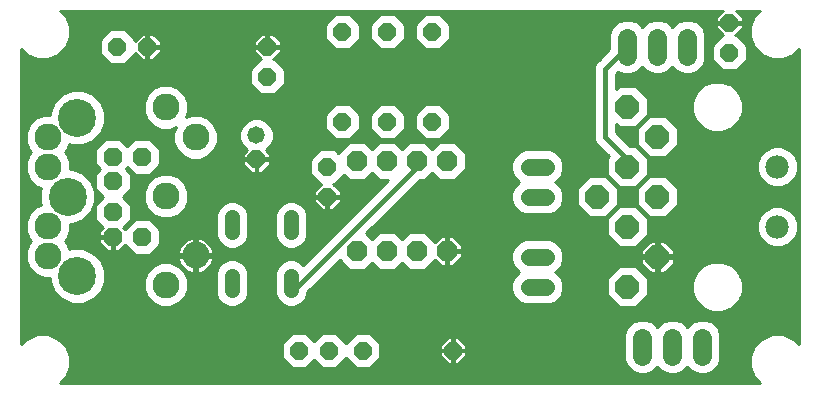
<source format=gbl>
G75*
%MOIN*%
%OFA0B0*%
%FSLAX24Y24*%
%IPPOS*%
%LPD*%
%AMOC8*
5,1,8,0,0,1.08239X$1,22.5*
%
%ADD10OC8,0.0580*%
%ADD11C,0.0580*%
%ADD12OC8,0.0614*%
%ADD13C,0.1266*%
%ADD14C,0.0496*%
%ADD15OC8,0.0680*%
%ADD16OC8,0.0780*%
%ADD17C,0.0780*%
%ADD18C,0.0620*%
%ADD19C,0.0900*%
%ADD20C,0.0580*%
%ADD21C,0.0160*%
%ADD22C,0.0100*%
D10*
X009780Y001575D03*
X010780Y001575D03*
X011905Y001575D03*
X014905Y001575D03*
X010717Y006700D03*
X010717Y007700D03*
X008355Y007947D03*
X011217Y009200D03*
X012717Y009200D03*
X014217Y009200D03*
X008717Y010700D03*
X008717Y011700D03*
X011217Y012200D03*
X012717Y012200D03*
X014217Y012200D03*
X004717Y011700D03*
X003717Y011700D03*
X024117Y011500D03*
X024117Y012500D03*
D11*
X008355Y008747D03*
D12*
X004548Y008039D03*
X003564Y008039D03*
X003564Y007212D03*
X003564Y006188D03*
X003564Y005361D03*
X004548Y005361D03*
D13*
X002387Y004060D03*
X002057Y006700D03*
X002387Y009340D03*
D14*
X007546Y006011D02*
X007546Y005514D01*
X009514Y005514D02*
X009514Y006011D01*
X009514Y004073D02*
X009514Y003577D01*
X007546Y003577D02*
X007546Y004073D01*
D15*
X011717Y004887D03*
X012717Y004887D03*
X013717Y004887D03*
X014717Y004887D03*
X014717Y007887D03*
X013717Y007887D03*
X012717Y007887D03*
X011717Y007887D03*
D16*
X019717Y006700D03*
X020717Y007700D03*
X021717Y006700D03*
X020717Y005700D03*
X021717Y004700D03*
X020717Y003700D03*
X021717Y008700D03*
X020717Y009700D03*
D17*
X025717Y007700D03*
X025717Y005700D03*
D18*
X023217Y002010D02*
X023217Y001390D01*
X022217Y001390D02*
X022217Y002010D01*
X021217Y002010D02*
X021217Y001390D01*
X020717Y011390D02*
X020717Y012010D01*
X021717Y012010D02*
X021717Y011390D01*
X022717Y011390D02*
X022717Y012010D01*
D19*
X006327Y008683D03*
X005335Y009683D03*
X001405Y008683D03*
X001405Y007703D03*
X001405Y005723D03*
X001405Y004743D03*
X005335Y003774D03*
X006331Y004746D03*
X005339Y006719D03*
D20*
X017427Y006700D02*
X018007Y006700D01*
X018007Y007700D02*
X017427Y007700D01*
X017427Y004700D02*
X018007Y004700D01*
X018007Y003700D02*
X017427Y003700D01*
D21*
X013717Y007700D02*
X009717Y003700D01*
X009514Y003825D01*
X013717Y007700D02*
X013717Y007887D01*
X019967Y008700D02*
X019967Y010950D01*
X020717Y011700D01*
X019967Y008700D02*
X020717Y007950D01*
X020717Y007700D01*
D22*
X001993Y000682D02*
X001801Y000490D01*
X025133Y000490D01*
X024942Y000682D01*
X024802Y001018D01*
X024802Y001382D01*
X023817Y001382D01*
X023817Y001480D02*
X024843Y001480D01*
X024802Y001382D02*
X024942Y001718D01*
X025199Y001976D01*
X025535Y002115D01*
X025899Y002115D01*
X026236Y001976D01*
X026427Y001784D01*
X026427Y011616D01*
X026236Y011424D01*
X025899Y011285D01*
X025535Y011285D01*
X025199Y011424D01*
X024942Y011682D01*
X024802Y012018D01*
X024802Y012382D01*
X024942Y012718D01*
X025133Y012910D01*
X024330Y012910D01*
X024557Y012682D01*
X024557Y012530D01*
X024147Y012530D01*
X024147Y012470D01*
X024557Y012470D01*
X024557Y012318D01*
X024320Y012080D01*
X024358Y012080D01*
X024697Y011740D01*
X024697Y011260D01*
X024358Y010920D01*
X023877Y010920D01*
X023537Y011260D01*
X023537Y011740D01*
X023877Y012080D01*
X023915Y012080D01*
X023677Y012318D01*
X023677Y012470D01*
X024087Y012470D01*
X024087Y012530D01*
X023677Y012530D01*
X023677Y012682D01*
X023905Y012910D01*
X001801Y012910D01*
X001993Y012718D01*
X002132Y012382D01*
X002132Y012018D01*
X001993Y011682D01*
X001736Y011424D01*
X001399Y011285D01*
X001035Y011285D01*
X000699Y011424D01*
X000507Y011616D01*
X000507Y001784D01*
X000699Y001976D01*
X001035Y002115D01*
X001399Y002115D01*
X001736Y001976D01*
X001993Y001718D01*
X002132Y001382D01*
X009200Y001382D01*
X009200Y001335D02*
X009540Y000995D01*
X010020Y000995D01*
X010280Y001255D01*
X010540Y000995D01*
X011020Y000995D01*
X011342Y001317D01*
X011665Y000995D01*
X012145Y000995D01*
X012485Y001335D01*
X012485Y001815D01*
X012145Y002155D01*
X011665Y002155D01*
X011342Y001833D01*
X011020Y002155D01*
X010540Y002155D01*
X010280Y001895D01*
X010020Y002155D01*
X009540Y002155D01*
X009200Y001815D01*
X009200Y001335D01*
X009251Y001283D02*
X002132Y001283D01*
X002132Y001185D02*
X009350Y001185D01*
X009448Y001086D02*
X002132Y001086D01*
X002132Y001018D02*
X002132Y001382D01*
X002092Y001480D02*
X009200Y001480D01*
X009200Y001579D02*
X002051Y001579D01*
X002010Y001677D02*
X009200Y001677D01*
X009200Y001776D02*
X001935Y001776D01*
X001837Y001874D02*
X009259Y001874D01*
X009358Y001973D02*
X001738Y001973D01*
X001504Y002071D02*
X009456Y002071D01*
X010104Y002071D02*
X010456Y002071D01*
X010358Y001973D02*
X010202Y001973D01*
X011104Y002071D02*
X011581Y002071D01*
X011483Y001973D02*
X011202Y001973D01*
X011301Y001874D02*
X011384Y001874D01*
X012229Y002071D02*
X020617Y002071D01*
X020617Y002129D02*
X020709Y002350D01*
X020878Y002519D01*
X021098Y002610D01*
X021337Y002610D01*
X021557Y002519D01*
X021717Y002358D01*
X021878Y002519D01*
X022098Y002610D01*
X022337Y002610D01*
X022557Y002519D01*
X022717Y002358D01*
X022878Y002519D01*
X023098Y002610D01*
X023337Y002610D01*
X023557Y002519D01*
X023726Y002350D01*
X023817Y002129D01*
X023817Y001271D01*
X023726Y001050D01*
X023557Y000881D01*
X023337Y000790D01*
X023098Y000790D01*
X022878Y000881D01*
X022717Y001041D01*
X022557Y000881D01*
X022337Y000790D01*
X022098Y000790D01*
X021878Y000881D01*
X021717Y001041D01*
X021557Y000881D01*
X021337Y000790D01*
X021098Y000790D01*
X020878Y000881D01*
X020709Y001050D01*
X020617Y001271D01*
X020617Y002129D01*
X020634Y002170D02*
X000507Y002170D01*
X000507Y002268D02*
X020675Y002268D01*
X020726Y002367D02*
X000507Y002367D01*
X000507Y002465D02*
X020824Y002465D01*
X020987Y002564D02*
X000507Y002564D01*
X000507Y002662D02*
X026427Y002662D01*
X026427Y002564D02*
X023448Y002564D01*
X023610Y002465D02*
X026427Y002465D01*
X026427Y002367D02*
X023709Y002367D01*
X023760Y002268D02*
X026427Y002268D01*
X026427Y002170D02*
X023801Y002170D01*
X023817Y002071D02*
X025430Y002071D01*
X025196Y001973D02*
X023817Y001973D01*
X023817Y001874D02*
X025098Y001874D01*
X024999Y001776D02*
X023817Y001776D01*
X023817Y001677D02*
X024925Y001677D01*
X024884Y001579D02*
X023817Y001579D01*
X023817Y001283D02*
X024802Y001283D01*
X024802Y001185D02*
X023782Y001185D01*
X023741Y001086D02*
X024802Y001086D01*
X024815Y000988D02*
X023664Y000988D01*
X023565Y000889D02*
X024856Y000889D01*
X024896Y000791D02*
X023339Y000791D01*
X023096Y000791D02*
X022339Y000791D01*
X022096Y000791D02*
X021339Y000791D01*
X021096Y000791D02*
X002038Y000791D01*
X001998Y000692D02*
X024937Y000692D01*
X025029Y000594D02*
X001905Y000594D01*
X001993Y000682D02*
X002132Y001018D01*
X002120Y000988D02*
X020771Y000988D01*
X020694Y001086D02*
X012237Y001086D01*
X012335Y001185D02*
X014673Y001185D01*
X014723Y001135D02*
X014875Y001135D01*
X014875Y001545D01*
X014935Y001545D01*
X014935Y001605D01*
X015345Y001605D01*
X015345Y001757D01*
X015087Y002015D01*
X014935Y002015D01*
X014935Y001605D01*
X014875Y001605D01*
X014875Y002015D01*
X014723Y002015D01*
X014465Y001757D01*
X014465Y001605D01*
X014875Y001605D01*
X014875Y001545D01*
X014465Y001545D01*
X014465Y001393D01*
X014723Y001135D01*
X014875Y001185D02*
X014935Y001185D01*
X014935Y001135D02*
X015087Y001135D01*
X015345Y001393D01*
X015345Y001545D01*
X014935Y001545D01*
X014935Y001135D01*
X014935Y001283D02*
X014875Y001283D01*
X014875Y001382D02*
X014935Y001382D01*
X014935Y001480D02*
X014875Y001480D01*
X014875Y001579D02*
X012485Y001579D01*
X012485Y001677D02*
X014465Y001677D01*
X014484Y001776D02*
X012485Y001776D01*
X012426Y001874D02*
X014582Y001874D01*
X014681Y001973D02*
X012327Y001973D01*
X012485Y001480D02*
X014465Y001480D01*
X014476Y001382D02*
X012485Y001382D01*
X012434Y001283D02*
X014574Y001283D01*
X014935Y001579D02*
X020617Y001579D01*
X020617Y001677D02*
X015345Y001677D01*
X015326Y001776D02*
X020617Y001776D01*
X020617Y001874D02*
X015228Y001874D01*
X015129Y001973D02*
X020617Y001973D01*
X020617Y001480D02*
X015345Y001480D01*
X015334Y001382D02*
X020617Y001382D01*
X020617Y001283D02*
X015236Y001283D01*
X015137Y001185D02*
X020653Y001185D01*
X020869Y000889D02*
X002079Y000889D01*
X001807Y000495D02*
X025128Y000495D01*
X022869Y000889D02*
X022565Y000889D01*
X022664Y000988D02*
X022771Y000988D01*
X021869Y000889D02*
X021565Y000889D01*
X021664Y000988D02*
X021771Y000988D01*
X021726Y002367D02*
X021709Y002367D01*
X021610Y002465D02*
X021824Y002465D01*
X021987Y002564D02*
X021448Y002564D01*
X020999Y003020D02*
X020436Y003020D01*
X020037Y003418D01*
X020037Y003982D01*
X020436Y004380D01*
X020999Y004380D01*
X021397Y003982D01*
X021397Y003418D01*
X020999Y003020D01*
X021036Y003056D02*
X023173Y003056D01*
X023242Y002988D02*
X023550Y002860D01*
X023885Y002860D01*
X024193Y002988D01*
X024430Y003224D01*
X024557Y003533D01*
X024557Y003867D01*
X024430Y004176D01*
X024193Y004412D01*
X023885Y004540D01*
X023550Y004540D01*
X023242Y004412D01*
X023005Y004176D01*
X022877Y003867D01*
X022877Y003533D01*
X023005Y003224D01*
X023242Y002988D01*
X023314Y002958D02*
X000507Y002958D01*
X000507Y003056D02*
X005133Y003056D01*
X005188Y003034D02*
X005482Y003034D01*
X005754Y003147D01*
X005962Y003355D01*
X006075Y003627D01*
X006075Y003921D01*
X005962Y004193D01*
X005754Y004401D01*
X005482Y004514D01*
X005188Y004514D01*
X004916Y004401D01*
X004707Y004193D01*
X004595Y003921D01*
X004595Y003627D01*
X004707Y003355D01*
X004916Y003147D01*
X005188Y003034D01*
X004907Y003155D02*
X002615Y003155D01*
X002571Y003137D02*
X002910Y003277D01*
X003170Y003537D01*
X003311Y003876D01*
X003311Y004244D01*
X003170Y004583D01*
X002910Y004843D01*
X002571Y004983D01*
X002204Y004983D01*
X002121Y004949D01*
X002032Y005163D01*
X001961Y005233D01*
X002032Y005304D01*
X002145Y005576D01*
X002145Y005777D01*
X002241Y005777D01*
X002580Y005917D01*
X002840Y006177D01*
X002981Y006516D01*
X002981Y006884D01*
X002840Y007223D01*
X002580Y007483D01*
X002241Y007623D01*
X002145Y007623D01*
X002145Y007851D01*
X002032Y008123D01*
X001961Y008193D01*
X002032Y008264D01*
X002111Y008455D01*
X002204Y008417D01*
X002571Y008417D01*
X002910Y008557D01*
X003170Y008817D01*
X003311Y009156D01*
X003311Y009524D01*
X003170Y009863D01*
X002910Y010123D01*
X002571Y010263D01*
X002204Y010263D01*
X001865Y010123D01*
X001605Y009863D01*
X001464Y009524D01*
X001464Y009423D01*
X001258Y009423D01*
X000986Y009311D01*
X000777Y009103D01*
X000665Y008831D01*
X000665Y008536D01*
X000777Y008264D01*
X000848Y008193D01*
X000777Y008123D01*
X000665Y007851D01*
X000665Y007556D01*
X000777Y007284D01*
X000986Y007076D01*
X001181Y006995D01*
X001134Y006884D01*
X001134Y006516D01*
X001171Y006428D01*
X000986Y006351D01*
X000777Y006143D01*
X000665Y005871D01*
X000665Y005576D01*
X000777Y005304D01*
X000848Y005233D01*
X000777Y005163D01*
X000665Y004891D01*
X000665Y004596D01*
X000777Y004324D01*
X000986Y004116D01*
X001258Y004003D01*
X001464Y004003D01*
X001464Y003876D01*
X001605Y003537D01*
X001865Y003277D01*
X002204Y003137D01*
X002571Y003137D01*
X002852Y003253D02*
X004809Y003253D01*
X004710Y003352D02*
X002985Y003352D01*
X003083Y003450D02*
X004668Y003450D01*
X004627Y003549D02*
X003175Y003549D01*
X003216Y003647D02*
X004595Y003647D01*
X004595Y003746D02*
X003257Y003746D01*
X003297Y003844D02*
X004595Y003844D01*
X004604Y003943D02*
X003311Y003943D01*
X003311Y004041D02*
X004645Y004041D01*
X004685Y004140D02*
X003311Y004140D01*
X003311Y004238D02*
X004753Y004238D01*
X004851Y004337D02*
X003272Y004337D01*
X003231Y004435D02*
X004998Y004435D01*
X004796Y004764D02*
X004301Y004764D01*
X003957Y005108D01*
X003753Y004904D01*
X003602Y004904D01*
X003602Y005323D01*
X003525Y005323D01*
X003107Y005323D01*
X003107Y005172D01*
X003375Y004904D01*
X003525Y004904D01*
X003525Y005323D01*
X003525Y005400D01*
X003107Y005400D01*
X003107Y005551D01*
X003232Y005676D01*
X002967Y005941D01*
X002967Y006436D01*
X003231Y006700D01*
X002967Y006964D01*
X002967Y007459D01*
X003133Y007625D01*
X002967Y007791D01*
X002967Y008286D01*
X003317Y008636D01*
X003811Y008636D01*
X004056Y008391D01*
X004301Y008636D01*
X004796Y008636D01*
X005145Y008286D01*
X005145Y007791D01*
X004796Y007441D01*
X004301Y007441D01*
X004056Y007686D01*
X004056Y007686D01*
X003995Y007625D01*
X004161Y007459D01*
X004161Y006964D01*
X003897Y006700D01*
X004161Y006436D01*
X004161Y005941D01*
X003896Y005676D01*
X003957Y005615D01*
X004301Y005959D01*
X004796Y005959D01*
X005145Y005609D01*
X005145Y005114D01*
X004796Y004764D01*
X004861Y004829D02*
X005737Y004829D01*
X005731Y004796D02*
X006281Y004796D01*
X006281Y004696D01*
X006381Y004696D01*
X006381Y004147D01*
X006471Y004161D01*
X006561Y004190D01*
X006645Y004233D01*
X006722Y004289D01*
X006788Y004356D01*
X006844Y004432D01*
X006887Y004516D01*
X006916Y004606D01*
X006930Y004696D01*
X006381Y004696D01*
X006381Y004796D01*
X006930Y004796D01*
X006916Y004887D01*
X006887Y004977D01*
X006844Y005061D01*
X006788Y005137D01*
X006722Y005204D01*
X006645Y005260D01*
X006561Y005302D01*
X006471Y005332D01*
X006381Y005346D01*
X006381Y004796D01*
X006281Y004796D01*
X006281Y005346D01*
X006190Y005332D01*
X006101Y005302D01*
X006016Y005260D01*
X005940Y005204D01*
X005873Y005137D01*
X005818Y005061D01*
X005775Y004977D01*
X005746Y004887D01*
X005731Y004796D01*
X005731Y004696D02*
X005746Y004606D01*
X005775Y004516D01*
X005818Y004432D01*
X005873Y004356D01*
X005940Y004289D01*
X006016Y004233D01*
X006101Y004190D01*
X006190Y004161D01*
X006281Y004147D01*
X006281Y004696D01*
X005731Y004696D01*
X005741Y004632D02*
X003120Y004632D01*
X003190Y004534D02*
X005769Y004534D01*
X005816Y004435D02*
X005671Y004435D01*
X005818Y004337D02*
X005892Y004337D01*
X005917Y004238D02*
X006009Y004238D01*
X005984Y004140D02*
X007008Y004140D01*
X007008Y004180D02*
X007089Y004378D01*
X007241Y004529D01*
X007439Y004611D01*
X007653Y004611D01*
X007850Y004529D01*
X008002Y004378D01*
X008084Y004180D01*
X008084Y003470D01*
X008002Y003272D01*
X007850Y003121D01*
X007653Y003039D01*
X007439Y003039D01*
X007241Y003121D01*
X007089Y003272D01*
X007008Y003470D01*
X007008Y004180D01*
X007032Y004238D02*
X006652Y004238D01*
X006770Y004337D02*
X007073Y004337D01*
X007147Y004435D02*
X006846Y004435D01*
X006893Y004534D02*
X007252Y004534D01*
X006920Y004632D02*
X010127Y004632D01*
X010028Y004534D02*
X009808Y004534D01*
X009819Y004529D02*
X009621Y004611D01*
X009407Y004611D01*
X009209Y004529D01*
X009058Y004378D01*
X008976Y004180D01*
X008976Y003470D01*
X009058Y003272D01*
X009209Y003121D01*
X009407Y003039D01*
X009621Y003039D01*
X009819Y003121D01*
X009970Y003272D01*
X010052Y003470D01*
X010052Y003512D01*
X011127Y004587D01*
X011456Y004257D01*
X011978Y004257D01*
X012217Y004497D01*
X012456Y004257D01*
X012978Y004257D01*
X013217Y004497D01*
X013456Y004257D01*
X013978Y004257D01*
X014316Y004596D01*
X014514Y004397D01*
X014687Y004397D01*
X014687Y004857D01*
X014747Y004857D01*
X014747Y004397D01*
X014920Y004397D01*
X015207Y004684D01*
X015207Y004857D01*
X014747Y004857D01*
X014747Y004917D01*
X015207Y004917D01*
X015207Y005090D01*
X014920Y005377D01*
X014747Y005377D01*
X014747Y004917D01*
X014687Y004917D01*
X014687Y005377D01*
X014514Y005377D01*
X014316Y005179D01*
X013978Y005517D01*
X013456Y005517D01*
X013217Y005278D01*
X012978Y005517D01*
X012456Y005517D01*
X012217Y005278D01*
X012018Y005478D01*
X013798Y007257D01*
X013978Y007257D01*
X014217Y007497D01*
X014456Y007257D01*
X014978Y007257D01*
X015347Y007627D01*
X015347Y008148D01*
X014978Y008517D01*
X014456Y008517D01*
X014217Y008278D01*
X013978Y008517D01*
X013456Y008517D01*
X013217Y008278D01*
X012978Y008517D01*
X012456Y008517D01*
X012217Y008278D01*
X011978Y008517D01*
X011456Y008517D01*
X011088Y008149D01*
X010958Y008280D01*
X010477Y008280D01*
X010137Y007940D01*
X010137Y007460D01*
X010477Y007120D01*
X010515Y007120D01*
X010277Y006882D01*
X010277Y006730D01*
X010687Y006730D01*
X010687Y006670D01*
X010277Y006670D01*
X010277Y006518D01*
X010535Y006260D01*
X010687Y006260D01*
X010687Y006670D01*
X010747Y006670D01*
X010747Y006260D01*
X010900Y006260D01*
X011157Y006518D01*
X011157Y006670D01*
X010747Y006670D01*
X010747Y006730D01*
X011157Y006730D01*
X011157Y006882D01*
X010920Y007120D01*
X010958Y007120D01*
X011276Y007438D01*
X011456Y007257D01*
X011978Y007257D01*
X012217Y007497D01*
X012456Y007257D01*
X012752Y007257D01*
X009921Y004427D01*
X009819Y004529D01*
X009913Y004435D02*
X009930Y004435D01*
X010225Y004731D02*
X006381Y004731D01*
X006381Y004829D02*
X006281Y004829D01*
X006281Y004731D02*
X003022Y004731D01*
X002923Y004829D02*
X004236Y004829D01*
X004137Y004928D02*
X003777Y004928D01*
X003876Y005026D02*
X004039Y005026D01*
X003602Y005026D02*
X003525Y005026D01*
X003525Y004928D02*
X003602Y004928D01*
X003602Y005125D02*
X003525Y005125D01*
X003525Y005223D02*
X003602Y005223D01*
X003602Y005322D02*
X003525Y005322D01*
X003107Y005322D02*
X002039Y005322D01*
X002080Y005420D02*
X003107Y005420D01*
X003107Y005519D02*
X002121Y005519D01*
X002145Y005617D02*
X003173Y005617D01*
X003192Y005716D02*
X002145Y005716D01*
X002332Y005814D02*
X003093Y005814D01*
X002995Y005913D02*
X002570Y005913D01*
X002674Y006011D02*
X002967Y006011D01*
X002967Y006110D02*
X002773Y006110D01*
X002853Y006208D02*
X002967Y006208D01*
X002967Y006307D02*
X002894Y006307D01*
X002935Y006405D02*
X002967Y006405D01*
X002975Y006504D02*
X003035Y006504D01*
X002981Y006602D02*
X003134Y006602D01*
X003230Y006701D02*
X002981Y006701D01*
X002981Y006799D02*
X003132Y006799D01*
X003033Y006898D02*
X002975Y006898D01*
X002967Y006996D02*
X002934Y006996D01*
X002967Y007095D02*
X002893Y007095D01*
X002852Y007193D02*
X002967Y007193D01*
X002967Y007292D02*
X002771Y007292D01*
X002672Y007390D02*
X002967Y007390D01*
X002997Y007489D02*
X002565Y007489D01*
X002327Y007587D02*
X003095Y007587D01*
X003072Y007686D02*
X002145Y007686D01*
X002145Y007784D02*
X002973Y007784D01*
X002967Y007883D02*
X002131Y007883D01*
X002091Y007981D02*
X002967Y007981D01*
X002967Y008080D02*
X002050Y008080D01*
X001976Y008178D02*
X002967Y008178D01*
X002967Y008277D02*
X002037Y008277D01*
X002078Y008375D02*
X003056Y008375D01*
X003155Y008474D02*
X002709Y008474D01*
X002925Y008572D02*
X003253Y008572D01*
X003122Y008769D02*
X005587Y008769D01*
X005587Y008831D02*
X005587Y008536D01*
X005700Y008264D01*
X005908Y008056D01*
X006180Y007943D01*
X006474Y007943D01*
X006746Y008056D01*
X006954Y008264D01*
X007067Y008536D01*
X007067Y008831D01*
X006954Y009103D01*
X006746Y009311D01*
X006474Y009423D01*
X006180Y009423D01*
X005997Y009348D01*
X006075Y009536D01*
X006075Y009831D01*
X005962Y010103D01*
X005754Y010311D01*
X005482Y010423D01*
X005188Y010423D01*
X004916Y010311D01*
X004707Y010103D01*
X004595Y009831D01*
X004595Y009536D01*
X004707Y009264D01*
X004916Y009056D01*
X005188Y008943D01*
X005482Y008943D01*
X005665Y009019D01*
X005587Y008831D01*
X005602Y008868D02*
X003191Y008868D01*
X003232Y008966D02*
X005132Y008966D01*
X004907Y009065D02*
X003273Y009065D01*
X003311Y009163D02*
X004808Y009163D01*
X004710Y009262D02*
X003311Y009262D01*
X003311Y009360D02*
X004668Y009360D01*
X004627Y009459D02*
X003311Y009459D01*
X003296Y009557D02*
X004595Y009557D01*
X004595Y009656D02*
X003256Y009656D01*
X003215Y009754D02*
X004595Y009754D01*
X004604Y009853D02*
X003174Y009853D01*
X003081Y009951D02*
X004645Y009951D01*
X004686Y010050D02*
X002983Y010050D01*
X002848Y010148D02*
X004753Y010148D01*
X004852Y010247D02*
X002610Y010247D01*
X002165Y010247D02*
X000507Y010247D01*
X000507Y010345D02*
X004999Y010345D01*
X005670Y010345D02*
X008252Y010345D01*
X008350Y010247D02*
X005818Y010247D01*
X005916Y010148D02*
X008449Y010148D01*
X008477Y010120D02*
X008958Y010120D01*
X009297Y010460D01*
X009297Y010940D01*
X008958Y011280D01*
X008920Y011280D01*
X009157Y011518D01*
X009157Y011670D01*
X008747Y011670D01*
X008747Y011730D01*
X008687Y011730D01*
X008687Y011670D01*
X008277Y011670D01*
X008277Y011518D01*
X008515Y011280D01*
X008477Y011280D01*
X008137Y010940D01*
X008137Y010460D01*
X008477Y010120D01*
X008153Y010444D02*
X000507Y010444D01*
X000507Y010542D02*
X008137Y010542D01*
X008137Y010641D02*
X000507Y010641D01*
X000507Y010739D02*
X008137Y010739D01*
X008137Y010838D02*
X000507Y010838D01*
X000507Y010936D02*
X008137Y010936D01*
X008232Y011035D02*
X000507Y011035D01*
X000507Y011133D02*
X003464Y011133D01*
X003477Y011120D02*
X003958Y011120D01*
X004297Y011460D01*
X004297Y011498D01*
X004535Y011260D01*
X004687Y011260D01*
X004687Y011670D01*
X004747Y011670D01*
X004747Y011260D01*
X004900Y011260D01*
X005157Y011518D01*
X005157Y011670D01*
X004747Y011670D01*
X004747Y011730D01*
X004687Y011730D01*
X004687Y012140D01*
X004535Y012140D01*
X004297Y011902D01*
X004297Y011940D01*
X003958Y012280D01*
X003477Y012280D01*
X003137Y011940D01*
X003137Y011460D01*
X003477Y011120D01*
X003365Y011232D02*
X000507Y011232D01*
X000507Y011330D02*
X000926Y011330D01*
X000694Y011429D02*
X000507Y011429D01*
X000507Y011527D02*
X000596Y011527D01*
X001509Y011330D02*
X003267Y011330D01*
X003168Y011429D02*
X001740Y011429D01*
X001839Y011527D02*
X003137Y011527D01*
X003137Y011626D02*
X001937Y011626D01*
X002011Y011724D02*
X003137Y011724D01*
X003137Y011823D02*
X002052Y011823D01*
X002092Y011921D02*
X003137Y011921D01*
X003217Y012020D02*
X002132Y012020D01*
X002132Y012118D02*
X003316Y012118D01*
X003414Y012217D02*
X002132Y012217D01*
X002132Y012315D02*
X010637Y012315D01*
X010637Y012217D02*
X004021Y012217D01*
X004119Y012118D02*
X004514Y012118D01*
X004415Y012020D02*
X004218Y012020D01*
X004297Y011921D02*
X004317Y011921D01*
X004687Y011921D02*
X004747Y011921D01*
X004747Y011823D02*
X004687Y011823D01*
X004747Y011730D02*
X004747Y012140D01*
X004900Y012140D01*
X005157Y011882D01*
X005157Y011730D01*
X004747Y011730D01*
X004747Y011724D02*
X008687Y011724D01*
X008687Y011730D02*
X008277Y011730D01*
X008277Y011882D01*
X008535Y012140D01*
X008687Y012140D01*
X008687Y011730D01*
X008747Y011730D02*
X008747Y012140D01*
X008900Y012140D01*
X009157Y011882D01*
X009157Y011730D01*
X008747Y011730D01*
X008747Y011724D02*
X010873Y011724D01*
X010971Y011626D02*
X009157Y011626D01*
X009157Y011527D02*
X020022Y011527D01*
X020117Y011623D02*
X019758Y011264D01*
X019654Y011160D01*
X019597Y011024D01*
X019597Y008626D01*
X019654Y008490D01*
X020100Y008044D01*
X020037Y007982D01*
X020037Y007418D01*
X020436Y007020D01*
X020999Y007020D01*
X021397Y007418D01*
X021397Y007982D01*
X020999Y008380D01*
X020811Y008380D01*
X020337Y008853D01*
X020337Y009118D01*
X020436Y009020D01*
X020999Y009020D01*
X021397Y009418D01*
X021397Y009982D01*
X020999Y010380D01*
X020436Y010380D01*
X020337Y010282D01*
X020337Y010797D01*
X020409Y010868D01*
X020598Y010790D01*
X020837Y010790D01*
X021057Y010881D01*
X021217Y011041D01*
X021378Y010881D01*
X021598Y010790D01*
X021837Y010790D01*
X022057Y010881D01*
X022217Y011041D01*
X022378Y010881D01*
X022598Y010790D01*
X022837Y010790D01*
X023057Y010881D01*
X023226Y011050D01*
X023317Y011271D01*
X023317Y012129D01*
X023226Y012350D01*
X023057Y012519D01*
X022837Y012610D01*
X022598Y012610D01*
X022378Y012519D01*
X022217Y012358D01*
X022057Y012519D01*
X021837Y012610D01*
X021598Y012610D01*
X021378Y012519D01*
X021217Y012358D01*
X021057Y012519D01*
X020837Y012610D01*
X020598Y012610D01*
X020378Y012519D01*
X020209Y012350D01*
X020117Y012129D01*
X020117Y011623D01*
X020117Y011626D02*
X014464Y011626D01*
X014458Y011620D02*
X014797Y011960D01*
X014797Y012440D01*
X014458Y012780D01*
X013977Y012780D01*
X013637Y012440D01*
X013637Y011960D01*
X013977Y011620D01*
X014458Y011620D01*
X014562Y011724D02*
X020117Y011724D01*
X020117Y011823D02*
X014661Y011823D01*
X014759Y011921D02*
X020117Y011921D01*
X020117Y012020D02*
X014797Y012020D01*
X014797Y012118D02*
X020117Y012118D01*
X020154Y012217D02*
X014797Y012217D01*
X014797Y012315D02*
X020195Y012315D01*
X020273Y012414D02*
X014797Y012414D01*
X014725Y012512D02*
X020371Y012512D01*
X021063Y012512D02*
X021371Y012512D01*
X021273Y012414D02*
X021162Y012414D01*
X022063Y012512D02*
X022371Y012512D01*
X022273Y012414D02*
X022162Y012414D01*
X023063Y012512D02*
X024087Y012512D01*
X024147Y012512D02*
X024857Y012512D01*
X024816Y012414D02*
X024557Y012414D01*
X024555Y012315D02*
X024802Y012315D01*
X024802Y012217D02*
X024457Y012217D01*
X024358Y012118D02*
X024802Y012118D01*
X024802Y012020D02*
X024418Y012020D01*
X024516Y011921D02*
X024842Y011921D01*
X024883Y011823D02*
X024615Y011823D01*
X024697Y011724D02*
X024924Y011724D01*
X024997Y011626D02*
X024697Y011626D01*
X024697Y011527D02*
X025096Y011527D01*
X025194Y011429D02*
X024697Y011429D01*
X024697Y011330D02*
X025426Y011330D01*
X026009Y011330D02*
X026427Y011330D01*
X026427Y011232D02*
X024670Y011232D01*
X024571Y011133D02*
X026427Y011133D01*
X026427Y011035D02*
X024473Y011035D01*
X024374Y010936D02*
X026427Y010936D01*
X026427Y010838D02*
X022953Y010838D01*
X023112Y010936D02*
X023861Y010936D01*
X023762Y011035D02*
X023211Y011035D01*
X023261Y011133D02*
X023664Y011133D01*
X023565Y011232D02*
X023301Y011232D01*
X023317Y011330D02*
X023537Y011330D01*
X023537Y011429D02*
X023317Y011429D01*
X023317Y011527D02*
X023537Y011527D01*
X023537Y011626D02*
X023317Y011626D01*
X023317Y011724D02*
X023537Y011724D01*
X023620Y011823D02*
X023317Y011823D01*
X023317Y011921D02*
X023719Y011921D01*
X023817Y012020D02*
X023317Y012020D01*
X023317Y012118D02*
X023877Y012118D01*
X023778Y012217D02*
X023281Y012217D01*
X023240Y012315D02*
X023680Y012315D01*
X023677Y012414D02*
X023162Y012414D01*
X023677Y012611D02*
X014627Y012611D01*
X014528Y012709D02*
X023705Y012709D01*
X023803Y012808D02*
X001903Y012808D01*
X001997Y012709D02*
X010907Y012709D01*
X010977Y012780D02*
X010637Y012440D01*
X010637Y011960D01*
X010977Y011620D01*
X011458Y011620D01*
X011797Y011960D01*
X011797Y012440D01*
X011458Y012780D01*
X010977Y012780D01*
X010808Y012611D02*
X002038Y012611D01*
X002078Y012512D02*
X010710Y012512D01*
X010637Y012414D02*
X002119Y012414D01*
X001805Y012906D02*
X023902Y012906D01*
X024333Y012906D02*
X025130Y012906D01*
X025031Y012808D02*
X024432Y012808D01*
X024530Y012709D02*
X024938Y012709D01*
X024897Y012611D02*
X024557Y012611D01*
X026339Y011527D02*
X026427Y011527D01*
X026427Y011429D02*
X026240Y011429D01*
X026427Y010739D02*
X020337Y010739D01*
X020337Y010641D02*
X026427Y010641D01*
X026427Y010542D02*
X020337Y010542D01*
X020337Y010444D02*
X023319Y010444D01*
X023242Y010412D02*
X023005Y010176D01*
X022877Y009867D01*
X022877Y009533D01*
X023005Y009224D01*
X023242Y008988D01*
X023550Y008860D01*
X023885Y008860D01*
X024193Y008988D01*
X024430Y009224D01*
X024557Y009533D01*
X024557Y009867D01*
X024430Y010176D01*
X024193Y010412D01*
X023885Y010540D01*
X023550Y010540D01*
X023242Y010412D01*
X023175Y010345D02*
X021034Y010345D01*
X021132Y010247D02*
X023077Y010247D01*
X022994Y010148D02*
X021231Y010148D01*
X021329Y010050D02*
X022953Y010050D01*
X022912Y009951D02*
X021397Y009951D01*
X021397Y009853D02*
X022877Y009853D01*
X022877Y009754D02*
X021397Y009754D01*
X021397Y009656D02*
X022877Y009656D01*
X022877Y009557D02*
X021397Y009557D01*
X021397Y009459D02*
X022908Y009459D01*
X022949Y009360D02*
X022019Y009360D01*
X021999Y009380D02*
X021436Y009380D01*
X021037Y008982D01*
X021037Y008418D01*
X021436Y008020D01*
X021999Y008020D01*
X022397Y008418D01*
X022397Y008982D01*
X021999Y009380D01*
X022117Y009262D02*
X022990Y009262D01*
X023066Y009163D02*
X022216Y009163D01*
X022314Y009065D02*
X023164Y009065D01*
X023293Y008966D02*
X022397Y008966D01*
X022397Y008868D02*
X023531Y008868D01*
X023904Y008868D02*
X026427Y008868D01*
X026427Y008966D02*
X024142Y008966D01*
X024270Y009065D02*
X026427Y009065D01*
X026427Y009163D02*
X024369Y009163D01*
X024445Y009262D02*
X026427Y009262D01*
X026427Y009360D02*
X024486Y009360D01*
X024527Y009459D02*
X026427Y009459D01*
X026427Y009557D02*
X024557Y009557D01*
X024557Y009656D02*
X026427Y009656D01*
X026427Y009754D02*
X024557Y009754D01*
X024557Y009853D02*
X026427Y009853D01*
X026427Y009951D02*
X024522Y009951D01*
X024482Y010050D02*
X026427Y010050D01*
X026427Y010148D02*
X024441Y010148D01*
X024358Y010247D02*
X026427Y010247D01*
X026427Y010345D02*
X024260Y010345D01*
X024116Y010444D02*
X026427Y010444D01*
X026427Y008769D02*
X022397Y008769D01*
X022397Y008671D02*
X026427Y008671D01*
X026427Y008572D02*
X022397Y008572D01*
X022397Y008474D02*
X026427Y008474D01*
X026427Y008375D02*
X025864Y008375D01*
X025853Y008380D02*
X025582Y008380D01*
X025332Y008276D01*
X025141Y008085D01*
X025037Y007835D01*
X025037Y007565D01*
X025141Y007315D01*
X025332Y007123D01*
X025582Y007020D01*
X025853Y007020D01*
X026103Y007123D01*
X026294Y007315D01*
X026397Y007565D01*
X026397Y007835D01*
X026294Y008085D01*
X026103Y008276D01*
X025853Y008380D01*
X026101Y008277D02*
X026427Y008277D01*
X026427Y008178D02*
X026201Y008178D01*
X026296Y008080D02*
X026427Y008080D01*
X026427Y007981D02*
X026337Y007981D01*
X026378Y007883D02*
X026427Y007883D01*
X026427Y007784D02*
X026397Y007784D01*
X026397Y007686D02*
X026427Y007686D01*
X026427Y007587D02*
X026397Y007587D01*
X026366Y007489D02*
X026427Y007489D01*
X026427Y007390D02*
X026325Y007390D01*
X026271Y007292D02*
X026427Y007292D01*
X026427Y007193D02*
X026173Y007193D01*
X026034Y007095D02*
X026427Y007095D01*
X026427Y006996D02*
X022383Y006996D01*
X022397Y006982D02*
X021999Y007380D01*
X021436Y007380D01*
X021037Y006982D01*
X021037Y006418D01*
X021436Y006020D01*
X021999Y006020D01*
X022397Y006418D01*
X022397Y006982D01*
X022397Y006898D02*
X026427Y006898D01*
X026427Y006799D02*
X022397Y006799D01*
X022397Y006701D02*
X026427Y006701D01*
X026427Y006602D02*
X022397Y006602D01*
X022397Y006504D02*
X026427Y006504D01*
X026427Y006405D02*
X022385Y006405D01*
X022286Y006307D02*
X025406Y006307D01*
X025332Y006276D02*
X025141Y006085D01*
X025037Y005835D01*
X025037Y005565D01*
X025141Y005315D01*
X025332Y005123D01*
X025582Y005020D01*
X025853Y005020D01*
X026103Y005123D01*
X026294Y005315D01*
X026397Y005565D01*
X026397Y005835D01*
X026294Y006085D01*
X026103Y006276D01*
X025853Y006380D01*
X025582Y006380D01*
X025332Y006276D01*
X025264Y006208D02*
X022188Y006208D01*
X022089Y006110D02*
X025166Y006110D01*
X025110Y006011D02*
X021368Y006011D01*
X021397Y005982D02*
X020999Y006380D01*
X020436Y006380D01*
X020037Y005982D01*
X020037Y005418D01*
X020436Y005020D01*
X020999Y005020D01*
X021397Y005418D01*
X021397Y005982D01*
X021397Y005913D02*
X025070Y005913D01*
X025037Y005814D02*
X021397Y005814D01*
X021397Y005716D02*
X025037Y005716D01*
X025037Y005617D02*
X021397Y005617D01*
X021397Y005519D02*
X025056Y005519D01*
X025097Y005420D02*
X021397Y005420D01*
X021301Y005322D02*
X025138Y005322D01*
X025232Y005223D02*
X021958Y005223D01*
X021941Y005240D02*
X021767Y005240D01*
X021767Y004750D01*
X021667Y004750D01*
X021667Y004650D01*
X021177Y004650D01*
X021177Y004476D01*
X021494Y004160D01*
X021667Y004160D01*
X021667Y004650D01*
X021767Y004650D01*
X021767Y004160D01*
X021941Y004160D01*
X022257Y004476D01*
X022257Y004650D01*
X021767Y004650D01*
X021767Y004750D01*
X022257Y004750D01*
X022257Y004924D01*
X021941Y005240D01*
X022056Y005125D02*
X025331Y005125D01*
X025566Y005026D02*
X022155Y005026D01*
X022253Y004928D02*
X026427Y004928D01*
X026427Y005026D02*
X025868Y005026D01*
X026104Y005125D02*
X026427Y005125D01*
X026427Y005223D02*
X026203Y005223D01*
X026297Y005322D02*
X026427Y005322D01*
X026427Y005420D02*
X026338Y005420D01*
X026378Y005519D02*
X026427Y005519D01*
X026427Y005617D02*
X026397Y005617D01*
X026397Y005716D02*
X026427Y005716D01*
X026427Y005814D02*
X026397Y005814D01*
X026427Y005913D02*
X026365Y005913D01*
X026324Y006011D02*
X026427Y006011D01*
X026427Y006110D02*
X026269Y006110D01*
X026171Y006208D02*
X026427Y006208D01*
X026427Y006307D02*
X026029Y006307D01*
X025401Y007095D02*
X022284Y007095D01*
X022186Y007193D02*
X025262Y007193D01*
X025164Y007292D02*
X022087Y007292D01*
X021397Y007489D02*
X025069Y007489D01*
X025037Y007587D02*
X021397Y007587D01*
X021397Y007686D02*
X025037Y007686D01*
X025037Y007784D02*
X021397Y007784D01*
X021397Y007883D02*
X025057Y007883D01*
X025098Y007981D02*
X021397Y007981D01*
X021376Y008080D02*
X021299Y008080D01*
X021277Y008178D02*
X021201Y008178D01*
X021179Y008277D02*
X021102Y008277D01*
X021080Y008375D02*
X021004Y008375D01*
X021037Y008474D02*
X020717Y008474D01*
X020618Y008572D02*
X021037Y008572D01*
X021037Y008671D02*
X020520Y008671D01*
X020421Y008769D02*
X021037Y008769D01*
X021037Y008868D02*
X020337Y008868D01*
X020337Y008966D02*
X021037Y008966D01*
X021044Y009065D02*
X021121Y009065D01*
X021143Y009163D02*
X021219Y009163D01*
X021241Y009262D02*
X021318Y009262D01*
X021340Y009360D02*
X021416Y009360D01*
X020391Y009065D02*
X020337Y009065D01*
X019597Y009065D02*
X014797Y009065D01*
X014797Y009163D02*
X019597Y009163D01*
X019597Y009262D02*
X014797Y009262D01*
X014797Y009360D02*
X019597Y009360D01*
X019597Y009459D02*
X014779Y009459D01*
X014797Y009440D02*
X014458Y009780D01*
X013977Y009780D01*
X013637Y009440D01*
X013637Y008960D01*
X013977Y008620D01*
X014458Y008620D01*
X014797Y008960D01*
X014797Y009440D01*
X014680Y009557D02*
X019597Y009557D01*
X019597Y009656D02*
X014582Y009656D01*
X014483Y009754D02*
X019597Y009754D01*
X019597Y009853D02*
X006065Y009853D01*
X006075Y009754D02*
X010952Y009754D01*
X010977Y009780D02*
X010637Y009440D01*
X010637Y008960D01*
X010977Y008620D01*
X011458Y008620D01*
X011797Y008960D01*
X011797Y009440D01*
X011458Y009780D01*
X010977Y009780D01*
X010853Y009656D02*
X006075Y009656D01*
X006075Y009557D02*
X010755Y009557D01*
X010656Y009459D02*
X006043Y009459D01*
X006028Y009360D02*
X006002Y009360D01*
X006626Y009360D02*
X010637Y009360D01*
X010637Y009262D02*
X008628Y009262D01*
X008684Y009239D02*
X008470Y009327D01*
X008240Y009327D01*
X008026Y009239D01*
X007863Y009076D01*
X007775Y008863D01*
X007775Y008632D01*
X007863Y008419D01*
X008026Y008256D01*
X008037Y008252D01*
X007915Y008130D01*
X007915Y007977D01*
X008325Y007977D01*
X008325Y007917D01*
X008385Y007917D01*
X008385Y007507D01*
X008537Y007507D01*
X008795Y007765D01*
X008795Y007917D01*
X008385Y007917D01*
X008385Y007977D01*
X008795Y007977D01*
X008795Y008130D01*
X008673Y008252D01*
X008684Y008256D01*
X008847Y008419D01*
X008935Y008632D01*
X008935Y008863D01*
X008847Y009076D01*
X008684Y009239D01*
X008759Y009163D02*
X010637Y009163D01*
X010637Y009065D02*
X008851Y009065D01*
X008892Y008966D02*
X010637Y008966D01*
X010729Y008868D02*
X008933Y008868D01*
X008935Y008769D02*
X010828Y008769D01*
X010926Y008671D02*
X008935Y008671D01*
X008910Y008572D02*
X019620Y008572D01*
X019597Y008671D02*
X014509Y008671D01*
X014607Y008769D02*
X019597Y008769D01*
X019597Y008868D02*
X014706Y008868D01*
X014797Y008966D02*
X019597Y008966D01*
X019670Y008474D02*
X015022Y008474D01*
X015120Y008375D02*
X019769Y008375D01*
X019867Y008277D02*
X018130Y008277D01*
X018123Y008280D02*
X017312Y008280D01*
X017099Y008192D01*
X016936Y008029D01*
X016847Y007815D01*
X016847Y007585D01*
X016936Y007371D01*
X017099Y007208D01*
X017119Y007200D01*
X017099Y007192D01*
X016936Y007029D01*
X016847Y006815D01*
X016847Y006585D01*
X016936Y006371D01*
X017099Y006208D01*
X017312Y006120D01*
X018123Y006120D01*
X018336Y006208D01*
X018499Y006371D01*
X018587Y006585D01*
X018587Y006815D01*
X018499Y007029D01*
X018336Y007192D01*
X018316Y007200D01*
X018336Y007208D01*
X018499Y007371D01*
X018587Y007585D01*
X018587Y007815D01*
X018499Y008029D01*
X018336Y008192D01*
X018123Y008280D01*
X018349Y008178D02*
X019966Y008178D01*
X020064Y008080D02*
X018448Y008080D01*
X018519Y007981D02*
X020037Y007981D01*
X020037Y007883D02*
X018559Y007883D01*
X018587Y007784D02*
X020037Y007784D01*
X020037Y007686D02*
X018587Y007686D01*
X018587Y007587D02*
X020037Y007587D01*
X020037Y007489D02*
X018548Y007489D01*
X018507Y007390D02*
X020065Y007390D01*
X019999Y007380D02*
X019436Y007380D01*
X019037Y006982D01*
X019037Y006418D01*
X019436Y006020D01*
X019999Y006020D01*
X020397Y006418D01*
X020397Y006982D01*
X019999Y007380D01*
X020087Y007292D02*
X020164Y007292D01*
X020186Y007193D02*
X020262Y007193D01*
X020284Y007095D02*
X020361Y007095D01*
X020383Y006996D02*
X021052Y006996D01*
X021037Y006898D02*
X020397Y006898D01*
X020397Y006799D02*
X021037Y006799D01*
X021037Y006701D02*
X020397Y006701D01*
X020397Y006602D02*
X021037Y006602D01*
X021037Y006504D02*
X020397Y006504D01*
X020385Y006405D02*
X021050Y006405D01*
X021072Y006307D02*
X021149Y006307D01*
X021171Y006208D02*
X021247Y006208D01*
X021269Y006110D02*
X021346Y006110D01*
X020363Y006307D02*
X020286Y006307D01*
X020264Y006208D02*
X020188Y006208D01*
X020166Y006110D02*
X020089Y006110D01*
X020067Y006011D02*
X012552Y006011D01*
X012454Y005913D02*
X020037Y005913D01*
X020037Y005814D02*
X012355Y005814D01*
X012257Y005716D02*
X020037Y005716D01*
X020037Y005617D02*
X012158Y005617D01*
X012060Y005519D02*
X020037Y005519D01*
X020037Y005420D02*
X014075Y005420D01*
X014174Y005322D02*
X014459Y005322D01*
X014360Y005223D02*
X014272Y005223D01*
X014687Y005223D02*
X014747Y005223D01*
X014747Y005125D02*
X014687Y005125D01*
X014687Y005026D02*
X014747Y005026D01*
X014747Y004928D02*
X014687Y004928D01*
X014687Y004829D02*
X014747Y004829D01*
X014747Y004731D02*
X014687Y004731D01*
X014687Y004632D02*
X014747Y004632D01*
X014747Y004534D02*
X014687Y004534D01*
X014687Y004435D02*
X014747Y004435D01*
X014958Y004435D02*
X016909Y004435D01*
X016936Y004371D02*
X016847Y004585D01*
X016847Y004815D01*
X016936Y005029D01*
X017099Y005192D01*
X017312Y005280D01*
X018123Y005280D01*
X018336Y005192D01*
X018499Y005029D01*
X018587Y004815D01*
X018587Y004585D01*
X018499Y004371D01*
X018336Y004208D01*
X018316Y004200D01*
X018336Y004192D01*
X018499Y004029D01*
X018587Y003815D01*
X018587Y003585D01*
X018499Y003371D01*
X018336Y003208D01*
X018123Y003120D01*
X017312Y003120D01*
X017099Y003208D01*
X016936Y003371D01*
X016847Y003585D01*
X016847Y003815D01*
X016936Y004029D01*
X017099Y004192D01*
X017119Y004200D01*
X017099Y004208D01*
X016936Y004371D01*
X016970Y004337D02*
X014058Y004337D01*
X014156Y004435D02*
X014476Y004435D01*
X014378Y004534D02*
X014255Y004534D01*
X015057Y004534D02*
X016868Y004534D01*
X016847Y004632D02*
X015155Y004632D01*
X015207Y004731D02*
X016847Y004731D01*
X016853Y004829D02*
X015207Y004829D01*
X015207Y004928D02*
X016894Y004928D01*
X016935Y005026D02*
X015207Y005026D01*
X015173Y005125D02*
X017032Y005125D01*
X017176Y005223D02*
X015074Y005223D01*
X014976Y005322D02*
X020134Y005322D01*
X020232Y005223D02*
X018259Y005223D01*
X018403Y005125D02*
X020331Y005125D01*
X020429Y005026D02*
X018500Y005026D01*
X018541Y004928D02*
X021182Y004928D01*
X021177Y004924D02*
X021177Y004750D01*
X021667Y004750D01*
X021667Y005240D01*
X021494Y005240D01*
X021177Y004924D01*
X021177Y004829D02*
X018582Y004829D01*
X018587Y004731D02*
X021667Y004731D01*
X021667Y004829D02*
X021767Y004829D01*
X021767Y004731D02*
X026427Y004731D01*
X026427Y004829D02*
X022257Y004829D01*
X021767Y004928D02*
X021667Y004928D01*
X021667Y005026D02*
X021767Y005026D01*
X021767Y005125D02*
X021667Y005125D01*
X021667Y005223D02*
X021767Y005223D01*
X021477Y005223D02*
X021203Y005223D01*
X021104Y005125D02*
X021379Y005125D01*
X021280Y005026D02*
X021006Y005026D01*
X021177Y004632D02*
X018587Y004632D01*
X018566Y004534D02*
X021177Y004534D01*
X021218Y004435D02*
X018526Y004435D01*
X018465Y004337D02*
X020393Y004337D01*
X020294Y004238D02*
X018366Y004238D01*
X018388Y004140D02*
X020196Y004140D01*
X020097Y004041D02*
X018486Y004041D01*
X018535Y003943D02*
X020037Y003943D01*
X020037Y003844D02*
X018575Y003844D01*
X018587Y003746D02*
X020037Y003746D01*
X020037Y003647D02*
X018587Y003647D01*
X018573Y003549D02*
X020037Y003549D01*
X020037Y003450D02*
X018532Y003450D01*
X018480Y003352D02*
X020104Y003352D01*
X020202Y003253D02*
X018381Y003253D01*
X018207Y003155D02*
X020301Y003155D01*
X020399Y003056D02*
X009664Y003056D01*
X009853Y003155D02*
X017228Y003155D01*
X017054Y003253D02*
X009952Y003253D01*
X010003Y003352D02*
X016955Y003352D01*
X016903Y003450D02*
X010044Y003450D01*
X010090Y003549D02*
X016862Y003549D01*
X016847Y003647D02*
X010188Y003647D01*
X010287Y003746D02*
X016847Y003746D01*
X016860Y003844D02*
X010385Y003844D01*
X010484Y003943D02*
X016900Y003943D01*
X016949Y004041D02*
X010582Y004041D01*
X010681Y004140D02*
X017047Y004140D01*
X017069Y004238D02*
X010779Y004238D01*
X010878Y004337D02*
X011377Y004337D01*
X011278Y004435D02*
X010976Y004435D01*
X011075Y004534D02*
X011180Y004534D01*
X010521Y005026D02*
X009742Y005026D01*
X009819Y005058D02*
X009970Y005210D01*
X010052Y005407D01*
X010052Y006118D01*
X009970Y006315D01*
X009819Y006467D01*
X009621Y006549D01*
X009407Y006549D01*
X009209Y006467D01*
X009058Y006315D01*
X008976Y006118D01*
X008976Y005407D01*
X009058Y005210D01*
X009209Y005058D01*
X009407Y004976D01*
X009621Y004976D01*
X009819Y005058D01*
X009886Y005125D02*
X010619Y005125D01*
X010718Y005223D02*
X009976Y005223D01*
X010017Y005322D02*
X010816Y005322D01*
X010915Y005420D02*
X010052Y005420D01*
X010052Y005519D02*
X011013Y005519D01*
X011112Y005617D02*
X010052Y005617D01*
X010052Y005716D02*
X011210Y005716D01*
X011309Y005814D02*
X010052Y005814D01*
X010052Y005913D02*
X011407Y005913D01*
X011506Y006011D02*
X010052Y006011D01*
X010052Y006110D02*
X011604Y006110D01*
X011703Y006208D02*
X010015Y006208D01*
X009974Y006307D02*
X010488Y006307D01*
X010390Y006405D02*
X009880Y006405D01*
X009729Y006504D02*
X010291Y006504D01*
X010277Y006602D02*
X006079Y006602D01*
X006079Y006572D02*
X005966Y006300D01*
X005758Y006092D01*
X005486Y005979D01*
X005192Y005979D01*
X004920Y006092D01*
X004711Y006300D01*
X004599Y006572D01*
X004599Y006866D01*
X004711Y007138D01*
X004920Y007346D01*
X005192Y007459D01*
X005486Y007459D01*
X005758Y007346D01*
X005966Y007138D01*
X006079Y006866D01*
X006079Y006572D01*
X006051Y006504D02*
X007331Y006504D01*
X007241Y006467D02*
X007090Y006315D01*
X007008Y006118D01*
X007008Y005407D01*
X007090Y005210D01*
X007241Y005058D01*
X007439Y004976D01*
X007653Y004976D01*
X007851Y005058D01*
X008002Y005210D01*
X008084Y005407D01*
X008084Y006118D01*
X008002Y006315D01*
X007851Y006467D01*
X007653Y006549D01*
X007439Y006549D01*
X007241Y006467D01*
X007180Y006405D02*
X006010Y006405D01*
X005969Y006307D02*
X007086Y006307D01*
X007045Y006208D02*
X005875Y006208D01*
X005776Y006110D02*
X007008Y006110D01*
X007008Y006011D02*
X005565Y006011D01*
X005113Y006011D02*
X004161Y006011D01*
X004161Y006110D02*
X004901Y006110D01*
X004803Y006208D02*
X004161Y006208D01*
X004161Y006307D02*
X004708Y006307D01*
X004668Y006405D02*
X004161Y006405D01*
X004093Y006504D02*
X004627Y006504D01*
X004599Y006602D02*
X003994Y006602D01*
X003898Y006701D02*
X004599Y006701D01*
X004599Y006799D02*
X003996Y006799D01*
X004095Y006898D02*
X004612Y006898D01*
X004653Y006996D02*
X004161Y006996D01*
X004161Y007095D02*
X004694Y007095D01*
X004767Y007193D02*
X004161Y007193D01*
X004161Y007292D02*
X004865Y007292D01*
X005026Y007390D02*
X004161Y007390D01*
X004131Y007489D02*
X004253Y007489D01*
X004155Y007587D02*
X004033Y007587D01*
X004843Y007489D02*
X010137Y007489D01*
X010137Y007587D02*
X008617Y007587D01*
X008716Y007686D02*
X010137Y007686D01*
X010137Y007784D02*
X008795Y007784D01*
X008795Y007883D02*
X010137Y007883D01*
X010179Y007981D02*
X008795Y007981D01*
X008795Y008080D02*
X010277Y008080D01*
X010376Y008178D02*
X008746Y008178D01*
X008705Y008277D02*
X010474Y008277D01*
X010961Y008277D02*
X011216Y008277D01*
X011315Y008375D02*
X008803Y008375D01*
X008869Y008474D02*
X011413Y008474D01*
X011509Y008671D02*
X012426Y008671D01*
X012477Y008620D02*
X012958Y008620D01*
X013297Y008960D01*
X013297Y009440D01*
X012958Y009780D01*
X012477Y009780D01*
X012137Y009440D01*
X012137Y008960D01*
X012477Y008620D01*
X012413Y008474D02*
X012022Y008474D01*
X012120Y008375D02*
X012315Y008375D01*
X012328Y008769D02*
X011607Y008769D01*
X011706Y008868D02*
X012229Y008868D01*
X012137Y008966D02*
X011797Y008966D01*
X011797Y009065D02*
X012137Y009065D01*
X012137Y009163D02*
X011797Y009163D01*
X011797Y009262D02*
X012137Y009262D01*
X012137Y009360D02*
X011797Y009360D01*
X011779Y009459D02*
X012156Y009459D01*
X012255Y009557D02*
X011680Y009557D01*
X011582Y009656D02*
X012353Y009656D01*
X012452Y009754D02*
X011483Y009754D01*
X012983Y009754D02*
X013952Y009754D01*
X013853Y009656D02*
X013082Y009656D01*
X013180Y009557D02*
X013755Y009557D01*
X013656Y009459D02*
X013279Y009459D01*
X013297Y009360D02*
X013637Y009360D01*
X013637Y009262D02*
X013297Y009262D01*
X013297Y009163D02*
X013637Y009163D01*
X013637Y009065D02*
X013297Y009065D01*
X013297Y008966D02*
X013637Y008966D01*
X013729Y008868D02*
X013206Y008868D01*
X013107Y008769D02*
X013828Y008769D01*
X013926Y008671D02*
X013009Y008671D01*
X013022Y008474D02*
X013413Y008474D01*
X013315Y008375D02*
X013120Y008375D01*
X014022Y008474D02*
X014413Y008474D01*
X014315Y008375D02*
X014120Y008375D01*
X015219Y008277D02*
X017305Y008277D01*
X017086Y008178D02*
X015317Y008178D01*
X015347Y008080D02*
X016987Y008080D01*
X016916Y007981D02*
X015347Y007981D01*
X015347Y007883D02*
X016875Y007883D01*
X016847Y007784D02*
X015347Y007784D01*
X015347Y007686D02*
X016847Y007686D01*
X016847Y007587D02*
X015308Y007587D01*
X015210Y007489D02*
X016887Y007489D01*
X016928Y007390D02*
X015111Y007390D01*
X015013Y007292D02*
X017015Y007292D01*
X017103Y007193D02*
X013734Y007193D01*
X013636Y007095D02*
X017002Y007095D01*
X016922Y006996D02*
X013537Y006996D01*
X013439Y006898D02*
X016882Y006898D01*
X016847Y006799D02*
X013340Y006799D01*
X013242Y006701D02*
X016847Y006701D01*
X016847Y006602D02*
X013143Y006602D01*
X013045Y006504D02*
X016881Y006504D01*
X016922Y006405D02*
X012946Y006405D01*
X012848Y006307D02*
X017000Y006307D01*
X017099Y006208D02*
X012749Y006208D01*
X012651Y006110D02*
X019346Y006110D01*
X019247Y006208D02*
X018336Y006208D01*
X018435Y006307D02*
X019149Y006307D01*
X019050Y006405D02*
X018513Y006405D01*
X018554Y006504D02*
X019037Y006504D01*
X019037Y006602D02*
X018587Y006602D01*
X018587Y006701D02*
X019037Y006701D01*
X019037Y006799D02*
X018587Y006799D01*
X018553Y006898D02*
X019037Y006898D01*
X019052Y006996D02*
X018512Y006996D01*
X018433Y007095D02*
X019151Y007095D01*
X019249Y007193D02*
X018332Y007193D01*
X018420Y007292D02*
X019348Y007292D01*
X021074Y007095D02*
X021151Y007095D01*
X021173Y007193D02*
X021249Y007193D01*
X021271Y007292D02*
X021348Y007292D01*
X021370Y007390D02*
X025110Y007390D01*
X025139Y008080D02*
X022059Y008080D01*
X022158Y008178D02*
X025234Y008178D01*
X025334Y008277D02*
X022256Y008277D01*
X022355Y008375D02*
X025571Y008375D01*
X022482Y010838D02*
X021953Y010838D01*
X022112Y010936D02*
X022322Y010936D01*
X022224Y011035D02*
X022211Y011035D01*
X021482Y010838D02*
X020953Y010838D01*
X021112Y010936D02*
X021322Y010936D01*
X021224Y011035D02*
X021211Y011035D01*
X020482Y010838D02*
X020379Y010838D01*
X019643Y011133D02*
X009104Y011133D01*
X009203Y011035D02*
X019602Y011035D01*
X019597Y010936D02*
X009297Y010936D01*
X009297Y010838D02*
X019597Y010838D01*
X019597Y010739D02*
X009297Y010739D01*
X009297Y010641D02*
X019597Y010641D01*
X019597Y010542D02*
X009297Y010542D01*
X009282Y010444D02*
X019597Y010444D01*
X019597Y010345D02*
X009183Y010345D01*
X009085Y010247D02*
X019597Y010247D01*
X019597Y010148D02*
X008986Y010148D01*
X008331Y011133D02*
X003971Y011133D01*
X004070Y011232D02*
X008429Y011232D01*
X008465Y011330D02*
X004970Y011330D01*
X005069Y011429D02*
X008366Y011429D01*
X008277Y011527D02*
X005157Y011527D01*
X005157Y011626D02*
X008277Y011626D01*
X008277Y011823D02*
X005157Y011823D01*
X005118Y011921D02*
X008317Y011921D01*
X008415Y012020D02*
X005020Y012020D01*
X004921Y012118D02*
X008514Y012118D01*
X008687Y012118D02*
X008747Y012118D01*
X008747Y012020D02*
X008687Y012020D01*
X008687Y011921D02*
X008747Y011921D01*
X008747Y011823D02*
X008687Y011823D01*
X009118Y011921D02*
X010676Y011921D01*
X010637Y012020D02*
X009020Y012020D01*
X008921Y012118D02*
X010637Y012118D01*
X010774Y011823D02*
X009157Y011823D01*
X009069Y011429D02*
X019923Y011429D01*
X019825Y011330D02*
X008970Y011330D01*
X009006Y011232D02*
X019726Y011232D01*
X020337Y010345D02*
X020401Y010345D01*
X019597Y010050D02*
X005984Y010050D01*
X006025Y009951D02*
X019597Y009951D01*
X014323Y007390D02*
X014111Y007390D01*
X014013Y007292D02*
X014422Y007292D01*
X014225Y007489D02*
X014210Y007489D01*
X012688Y007193D02*
X011031Y007193D01*
X010945Y007095D02*
X012589Y007095D01*
X012491Y006996D02*
X011043Y006996D01*
X011142Y006898D02*
X012392Y006898D01*
X012294Y006799D02*
X011157Y006799D01*
X010747Y006701D02*
X012195Y006701D01*
X012097Y006602D02*
X011157Y006602D01*
X011144Y006504D02*
X011998Y006504D01*
X011900Y006405D02*
X011045Y006405D01*
X010947Y006307D02*
X011801Y006307D01*
X010747Y006307D02*
X010687Y006307D01*
X010687Y006405D02*
X010747Y006405D01*
X010747Y006504D02*
X010687Y006504D01*
X010687Y006602D02*
X010747Y006602D01*
X010687Y006701D02*
X006079Y006701D01*
X006079Y006799D02*
X010277Y006799D01*
X010293Y006898D02*
X006065Y006898D01*
X006025Y006996D02*
X010392Y006996D01*
X010490Y007095D02*
X005984Y007095D01*
X005911Y007193D02*
X010404Y007193D01*
X010305Y007292D02*
X005812Y007292D01*
X005651Y007390D02*
X010207Y007390D01*
X011130Y007292D02*
X011422Y007292D01*
X011323Y007390D02*
X011228Y007390D01*
X012013Y007292D02*
X012422Y007292D01*
X012323Y007390D02*
X012111Y007390D01*
X012210Y007489D02*
X012225Y007489D01*
X011118Y008178D02*
X011059Y008178D01*
X008385Y007883D02*
X008325Y007883D01*
X008325Y007917D02*
X008325Y007507D01*
X008173Y007507D01*
X007915Y007765D01*
X007915Y007917D01*
X008325Y007917D01*
X008325Y007784D02*
X008385Y007784D01*
X008385Y007686D02*
X008325Y007686D01*
X008325Y007587D02*
X008385Y007587D01*
X008093Y007587D02*
X004942Y007587D01*
X005040Y007686D02*
X007994Y007686D01*
X007915Y007784D02*
X005139Y007784D01*
X005145Y007883D02*
X007915Y007883D01*
X007915Y007981D02*
X006566Y007981D01*
X006770Y008080D02*
X007915Y008080D01*
X007964Y008178D02*
X006868Y008178D01*
X006960Y008277D02*
X008005Y008277D01*
X007907Y008375D02*
X007000Y008375D01*
X007041Y008474D02*
X007840Y008474D01*
X007800Y008572D02*
X007067Y008572D01*
X007067Y008671D02*
X007775Y008671D01*
X007775Y008769D02*
X007067Y008769D01*
X007051Y008868D02*
X007777Y008868D01*
X007818Y008966D02*
X007011Y008966D01*
X006970Y009065D02*
X007859Y009065D01*
X007951Y009163D02*
X006893Y009163D01*
X006795Y009262D02*
X008082Y009262D01*
X006088Y007981D02*
X005145Y007981D01*
X005145Y008080D02*
X005884Y008080D01*
X005785Y008178D02*
X005145Y008178D01*
X005145Y008277D02*
X005694Y008277D01*
X005653Y008375D02*
X005056Y008375D01*
X004957Y008474D02*
X005613Y008474D01*
X005587Y008572D02*
X004859Y008572D01*
X005587Y008671D02*
X003024Y008671D01*
X003874Y008572D02*
X004238Y008572D01*
X004139Y008474D02*
X003973Y008474D01*
X005538Y008966D02*
X005643Y008966D01*
X001927Y010148D02*
X000507Y010148D01*
X000507Y010050D02*
X001792Y010050D01*
X001694Y009951D02*
X000507Y009951D01*
X000507Y009853D02*
X001601Y009853D01*
X001560Y009754D02*
X000507Y009754D01*
X000507Y009656D02*
X001519Y009656D01*
X001478Y009557D02*
X000507Y009557D01*
X000507Y009459D02*
X001464Y009459D01*
X001106Y009360D02*
X000507Y009360D01*
X000507Y009262D02*
X000937Y009262D01*
X000838Y009163D02*
X000507Y009163D01*
X000507Y009065D02*
X000762Y009065D01*
X000721Y008966D02*
X000507Y008966D01*
X000507Y008868D02*
X000680Y008868D01*
X000665Y008769D02*
X000507Y008769D01*
X000507Y008671D02*
X000665Y008671D01*
X000665Y008572D02*
X000507Y008572D01*
X000507Y008474D02*
X000691Y008474D01*
X000731Y008375D02*
X000507Y008375D01*
X000507Y008277D02*
X000772Y008277D01*
X000833Y008178D02*
X000507Y008178D01*
X000507Y008080D02*
X000760Y008080D01*
X000719Y007981D02*
X000507Y007981D01*
X000507Y007883D02*
X000678Y007883D01*
X000665Y007784D02*
X000507Y007784D01*
X000507Y007686D02*
X000665Y007686D01*
X000665Y007587D02*
X000507Y007587D01*
X000507Y007489D02*
X000693Y007489D01*
X000733Y007390D02*
X000507Y007390D01*
X000507Y007292D02*
X000774Y007292D01*
X000868Y007193D02*
X000507Y007193D01*
X000507Y007095D02*
X000967Y007095D01*
X001178Y006996D02*
X000507Y006996D01*
X000507Y006898D02*
X001140Y006898D01*
X001134Y006799D02*
X000507Y006799D01*
X000507Y006701D02*
X001134Y006701D01*
X001134Y006602D02*
X000507Y006602D01*
X000507Y006504D02*
X001139Y006504D01*
X001118Y006405D02*
X000507Y006405D01*
X000507Y006307D02*
X000942Y006307D01*
X000843Y006208D02*
X000507Y006208D01*
X000507Y006110D02*
X000764Y006110D01*
X000723Y006011D02*
X000507Y006011D01*
X000507Y005913D02*
X000682Y005913D01*
X000665Y005814D02*
X000507Y005814D01*
X000507Y005716D02*
X000665Y005716D01*
X000665Y005617D02*
X000507Y005617D01*
X000507Y005519D02*
X000688Y005519D01*
X000729Y005420D02*
X000507Y005420D01*
X000507Y005322D02*
X000770Y005322D01*
X000838Y005223D02*
X000507Y005223D01*
X000507Y005125D02*
X000762Y005125D01*
X000721Y005026D02*
X000507Y005026D01*
X000507Y004928D02*
X000680Y004928D01*
X000665Y004829D02*
X000507Y004829D01*
X000507Y004731D02*
X000665Y004731D01*
X000665Y004632D02*
X000507Y004632D01*
X000507Y004534D02*
X000691Y004534D01*
X000731Y004435D02*
X000507Y004435D01*
X000507Y004337D02*
X000772Y004337D01*
X000863Y004238D02*
X000507Y004238D01*
X000507Y004140D02*
X000962Y004140D01*
X001166Y004041D02*
X000507Y004041D01*
X000507Y003943D02*
X001464Y003943D01*
X001478Y003844D02*
X000507Y003844D01*
X000507Y003746D02*
X001518Y003746D01*
X001559Y003647D02*
X000507Y003647D01*
X000507Y003549D02*
X001600Y003549D01*
X001692Y003450D02*
X000507Y003450D01*
X000507Y003352D02*
X001790Y003352D01*
X001922Y003253D02*
X000507Y003253D01*
X000507Y003155D02*
X002160Y003155D01*
X000507Y002859D02*
X026427Y002859D01*
X026427Y002761D02*
X000507Y002761D01*
X000507Y002071D02*
X000930Y002071D01*
X000696Y001973D02*
X000507Y001973D01*
X000507Y001874D02*
X000598Y001874D01*
X005536Y003056D02*
X007396Y003056D01*
X007207Y003155D02*
X005762Y003155D01*
X005861Y003253D02*
X007108Y003253D01*
X007056Y003352D02*
X005959Y003352D01*
X006002Y003450D02*
X007016Y003450D01*
X007008Y003549D02*
X006043Y003549D01*
X006075Y003647D02*
X007008Y003647D01*
X007008Y003746D02*
X006075Y003746D01*
X006075Y003844D02*
X007008Y003844D01*
X007008Y003943D02*
X006066Y003943D01*
X006025Y004041D02*
X007008Y004041D01*
X006381Y004238D02*
X006281Y004238D01*
X006281Y004337D02*
X006381Y004337D01*
X006381Y004435D02*
X006281Y004435D01*
X006281Y004534D02*
X006381Y004534D01*
X006381Y004632D02*
X006281Y004632D01*
X006925Y004829D02*
X010324Y004829D01*
X010422Y004928D02*
X006903Y004928D01*
X006862Y005026D02*
X007317Y005026D01*
X007174Y005125D02*
X006797Y005125D01*
X006695Y005223D02*
X007084Y005223D01*
X007043Y005322D02*
X006501Y005322D01*
X006381Y005322D02*
X006281Y005322D01*
X006281Y005223D02*
X006381Y005223D01*
X006381Y005125D02*
X006281Y005125D01*
X006281Y005026D02*
X006381Y005026D01*
X006381Y004928D02*
X006281Y004928D01*
X005967Y005223D02*
X005145Y005223D01*
X005145Y005125D02*
X005864Y005125D01*
X005800Y005026D02*
X005058Y005026D01*
X004959Y004928D02*
X005759Y004928D01*
X006161Y005322D02*
X005145Y005322D01*
X005145Y005420D02*
X007008Y005420D01*
X007008Y005519D02*
X005145Y005519D01*
X005137Y005617D02*
X007008Y005617D01*
X007008Y005716D02*
X005038Y005716D01*
X004940Y005814D02*
X007008Y005814D01*
X007008Y005913D02*
X004841Y005913D01*
X004255Y005913D02*
X004133Y005913D01*
X004157Y005814D02*
X004035Y005814D01*
X004058Y005716D02*
X003936Y005716D01*
X003954Y005617D02*
X003960Y005617D01*
X003107Y005223D02*
X001971Y005223D01*
X002048Y005125D02*
X003154Y005125D01*
X003252Y005026D02*
X002088Y005026D01*
X002704Y004928D02*
X003351Y004928D01*
X007774Y005026D02*
X009286Y005026D01*
X009143Y005125D02*
X007917Y005125D01*
X008008Y005223D02*
X009052Y005223D01*
X009011Y005322D02*
X008048Y005322D01*
X008084Y005420D02*
X008976Y005420D01*
X008976Y005519D02*
X008084Y005519D01*
X008084Y005617D02*
X008976Y005617D01*
X008976Y005716D02*
X008084Y005716D01*
X008084Y005814D02*
X008976Y005814D01*
X008976Y005913D02*
X008084Y005913D01*
X008084Y006011D02*
X008976Y006011D01*
X008976Y006110D02*
X008084Y006110D01*
X008046Y006208D02*
X009014Y006208D01*
X009055Y006307D02*
X008005Y006307D01*
X007912Y006405D02*
X009148Y006405D01*
X009299Y006504D02*
X007761Y006504D01*
X007839Y004534D02*
X009221Y004534D01*
X009116Y004435D02*
X007944Y004435D01*
X008019Y004337D02*
X009041Y004337D01*
X009000Y004238D02*
X008060Y004238D01*
X008084Y004140D02*
X008976Y004140D01*
X008976Y004041D02*
X008084Y004041D01*
X008084Y003943D02*
X008976Y003943D01*
X008976Y003844D02*
X008084Y003844D01*
X008084Y003746D02*
X008976Y003746D01*
X008976Y003647D02*
X008084Y003647D01*
X008084Y003549D02*
X008976Y003549D01*
X008984Y003450D02*
X008076Y003450D01*
X008035Y003352D02*
X009025Y003352D01*
X009077Y003253D02*
X007983Y003253D01*
X007885Y003155D02*
X009175Y003155D01*
X009364Y003056D02*
X007696Y003056D01*
X010112Y001086D02*
X010448Y001086D01*
X010350Y001185D02*
X010210Y001185D01*
X011112Y001086D02*
X011573Y001086D01*
X011475Y001185D02*
X011210Y001185D01*
X011309Y001283D02*
X011376Y001283D01*
X014875Y001677D02*
X014935Y001677D01*
X014935Y001776D02*
X014875Y001776D01*
X014875Y001874D02*
X014935Y001874D01*
X014935Y001973D02*
X014875Y001973D01*
X013377Y004337D02*
X013058Y004337D01*
X013156Y004435D02*
X013278Y004435D01*
X012377Y004337D02*
X012058Y004337D01*
X012156Y004435D02*
X012278Y004435D01*
X012261Y005322D02*
X012174Y005322D01*
X012075Y005420D02*
X012360Y005420D01*
X013075Y005420D02*
X013360Y005420D01*
X013261Y005322D02*
X013174Y005322D01*
X014687Y005322D02*
X014747Y005322D01*
X021042Y004337D02*
X021317Y004337D01*
X021415Y004238D02*
X021141Y004238D01*
X021239Y004140D02*
X022990Y004140D01*
X022950Y004041D02*
X021338Y004041D01*
X021397Y003943D02*
X022909Y003943D01*
X022877Y003844D02*
X021397Y003844D01*
X021397Y003746D02*
X022877Y003746D01*
X022877Y003647D02*
X021397Y003647D01*
X021397Y003549D02*
X022877Y003549D01*
X022912Y003450D02*
X021397Y003450D01*
X021331Y003352D02*
X022952Y003352D01*
X022993Y003253D02*
X021233Y003253D01*
X021134Y003155D02*
X023074Y003155D01*
X022987Y002564D02*
X022448Y002564D01*
X022610Y002465D02*
X022824Y002465D01*
X022726Y002367D02*
X022709Y002367D01*
X024121Y002958D02*
X026427Y002958D01*
X026427Y003056D02*
X024262Y003056D01*
X024360Y003155D02*
X026427Y003155D01*
X026427Y003253D02*
X024442Y003253D01*
X024483Y003352D02*
X026427Y003352D01*
X026427Y003450D02*
X024523Y003450D01*
X024557Y003549D02*
X026427Y003549D01*
X026427Y003647D02*
X024557Y003647D01*
X024557Y003746D02*
X026427Y003746D01*
X026427Y003844D02*
X024557Y003844D01*
X024526Y003943D02*
X026427Y003943D01*
X026427Y004041D02*
X024485Y004041D01*
X024444Y004140D02*
X026427Y004140D01*
X026427Y004238D02*
X024367Y004238D01*
X024268Y004337D02*
X026427Y004337D01*
X026427Y004435D02*
X024137Y004435D01*
X023899Y004534D02*
X026427Y004534D01*
X026427Y004632D02*
X022257Y004632D01*
X022257Y004534D02*
X023536Y004534D01*
X023298Y004435D02*
X022217Y004435D01*
X022118Y004337D02*
X023167Y004337D01*
X023068Y004238D02*
X022020Y004238D01*
X021767Y004238D02*
X021667Y004238D01*
X021667Y004337D02*
X021767Y004337D01*
X021767Y004435D02*
X021667Y004435D01*
X021667Y004534D02*
X021767Y004534D01*
X021767Y004632D02*
X021667Y004632D01*
X026004Y002071D02*
X026427Y002071D01*
X026427Y001973D02*
X026238Y001973D01*
X026337Y001874D02*
X026427Y001874D01*
X013971Y011626D02*
X012964Y011626D01*
X012958Y011620D02*
X013297Y011960D01*
X013297Y012440D01*
X012958Y012780D01*
X012477Y012780D01*
X012137Y012440D01*
X012137Y011960D01*
X012477Y011620D01*
X012958Y011620D01*
X013062Y011724D02*
X013873Y011724D01*
X013774Y011823D02*
X013161Y011823D01*
X013259Y011921D02*
X013676Y011921D01*
X013637Y012020D02*
X013297Y012020D01*
X013297Y012118D02*
X013637Y012118D01*
X013637Y012217D02*
X013297Y012217D01*
X013297Y012315D02*
X013637Y012315D01*
X013637Y012414D02*
X013297Y012414D01*
X013225Y012512D02*
X013710Y012512D01*
X013808Y012611D02*
X013127Y012611D01*
X013028Y012709D02*
X013907Y012709D01*
X012407Y012709D02*
X011528Y012709D01*
X011627Y012611D02*
X012308Y012611D01*
X012210Y012512D02*
X011725Y012512D01*
X011797Y012414D02*
X012137Y012414D01*
X012137Y012315D02*
X011797Y012315D01*
X011797Y012217D02*
X012137Y012217D01*
X012137Y012118D02*
X011797Y012118D01*
X011797Y012020D02*
X012137Y012020D01*
X012176Y011921D02*
X011759Y011921D01*
X011661Y011823D02*
X012274Y011823D01*
X012373Y011724D02*
X011562Y011724D01*
X011464Y011626D02*
X012471Y011626D01*
X004747Y011626D02*
X004687Y011626D01*
X004687Y011527D02*
X004747Y011527D01*
X004747Y011429D02*
X004687Y011429D01*
X004687Y011330D02*
X004747Y011330D01*
X004465Y011330D02*
X004168Y011330D01*
X004267Y011429D02*
X004366Y011429D01*
X004687Y012020D02*
X004747Y012020D01*
X004747Y012118D02*
X004687Y012118D01*
M02*

</source>
